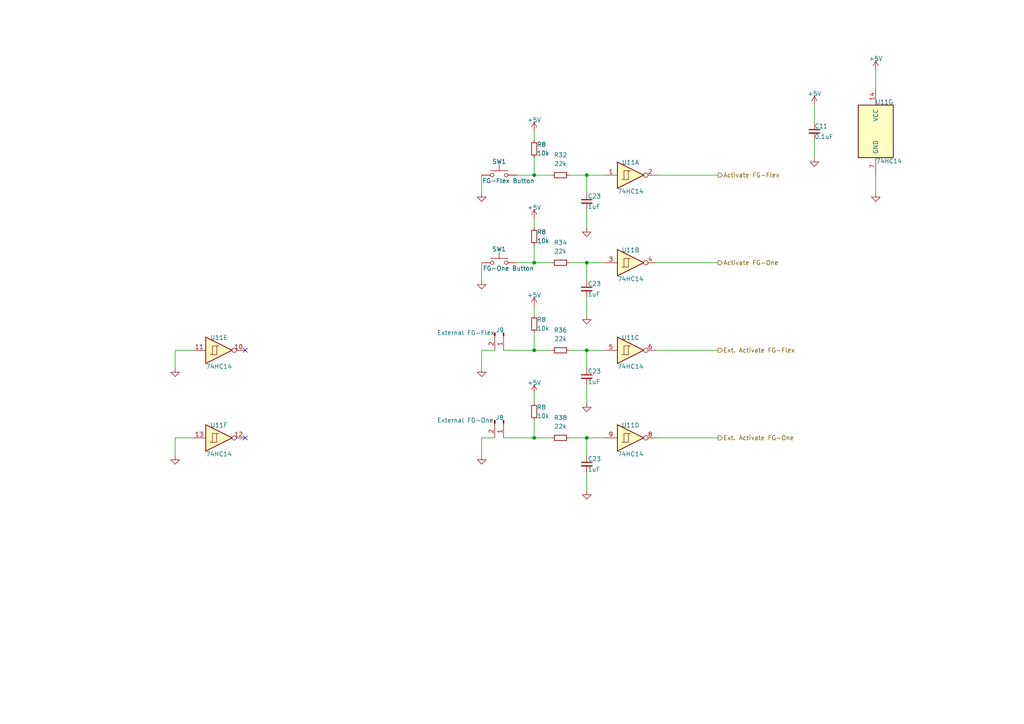
<source format=kicad_sch>
(kicad_sch (version 20230121) (generator eeschema)
  (paper "A4")
  (title_block (title "Button") (date "2023-11-22") (rev "0.2"))
  (lib_symbols
    (symbol "74xx:74HC14" (pin_names (offset 1.016))
      (property "Reference" "U" (at 0 1.27 0))
      (property "Value" "74HC14" (at 0 -1.27 0))
      (symbol "74HC14_1_0"
        (polyline (pts (xy -3.81 3.81) (xy -3.81 -3.81) (xy 3.81 0) (xy -3.81 3.81)) (stroke (width 0.254)) (fill (type background)))
        (pin input line (at -7.62 0 0) (length 3.81) (name "~") (number "1"))
        (pin output inverted (at 7.62 0 180) (length 3.81) (name "~") (number "2"))
      )
      (symbol "74HC14_1_1"
        (polyline (pts (xy -1.905 -1.27) (xy -1.905 1.27) (xy -0.635 1.27)))
        (polyline (pts (xy -2.54 -1.27) (xy -0.635 -1.27) (xy -0.635 1.27) (xy 0 1.27)))
      )
      (symbol "74HC14_2_0"
        (polyline (pts (xy -3.81 3.81) (xy -3.81 -3.81) (xy 3.81 0) (xy -3.81 3.81)) (stroke (width 0.254)) (fill (type background)))
        (pin input line (at -7.62 0 0) (length 3.81) (name "~") (number "3"))
        (pin output inverted (at 7.62 0 180) (length 3.81) (name "~") (number "4"))
      )
      (symbol "74HC14_2_1"
        (polyline (pts (xy -1.905 -1.27) (xy -1.905 1.27) (xy -0.635 1.27)))
        (polyline (pts (xy -2.54 -1.27) (xy -0.635 -1.27) (xy -0.635 1.27) (xy 0 1.27)))
      )
      (symbol "74HC14_3_0"
        (polyline (pts (xy -3.81 3.81) (xy -3.81 -3.81) (xy 3.81 0) (xy -3.81 3.81)) (stroke (width 0.254)) (fill (type background)))
        (pin input line (at -7.62 0 0) (length 3.81) (name "~") (number "5"))
        (pin output inverted (at 7.62 0 180) (length 3.81) (name "~") (number "6"))
      )
      (symbol "74HC14_3_1"
        (polyline (pts (xy -1.905 -1.27) (xy -1.905 1.27) (xy -0.635 1.27)))
        (polyline (pts (xy -2.54 -1.27) (xy -0.635 -1.27) (xy -0.635 1.27) (xy 0 1.27)))
      )
      (symbol "74HC14_4_0"
        (polyline (pts (xy -3.81 3.81) (xy -3.81 -3.81) (xy 3.81 0) (xy -3.81 3.81)) (stroke (width 0.254)) (fill (type background)))
        (pin output inverted (at 7.62 0 180) (length 3.81) (name "~") (number "8"))
        (pin input line (at -7.62 0 0) (length 3.81) (name "~") (number "9"))
      )
      (symbol "74HC14_4_1"
        (polyline (pts (xy -1.905 -1.27) (xy -1.905 1.27) (xy -0.635 1.27)))
        (polyline (pts (xy -2.54 -1.27) (xy -0.635 -1.27) (xy -0.635 1.27) (xy 0 1.27)))
      )
      (symbol "74HC14_5_0"
        (polyline (pts (xy -3.81 3.81) (xy -3.81 -3.81) (xy 3.81 0) (xy -3.81 3.81)) (stroke (width 0.254)) (fill (type background)))
        (pin output inverted (at 7.62 0 180) (length 3.81) (name "~") (number "10"))
        (pin input line (at -7.62 0 0) (length 3.81) (name "~") (number "11"))
      )
      (symbol "74HC14_5_1"
        (polyline (pts (xy -1.905 -1.27) (xy -1.905 1.27) (xy -0.635 1.27)))
        (polyline (pts (xy -2.54 -1.27) (xy -0.635 -1.27) (xy -0.635 1.27) (xy 0 1.27)))
      )
      (symbol "74HC14_6_0"
        (polyline (pts (xy -3.81 3.81) (xy -3.81 -3.81) (xy 3.81 0) (xy -3.81 3.81)) (stroke (width 0.254)) (fill (type background)))
        (pin output inverted (at 7.62 0 180) (length 3.81) (name "~") (number "12"))
        (pin input line (at -7.62 0 0) (length 3.81) (name "~") (number "13"))
      )
      (symbol "74HC14_6_1"
        (polyline (pts (xy -1.905 -1.27) (xy -1.905 1.27) (xy -0.635 1.27)))
        (polyline (pts (xy -2.54 -1.27) (xy -0.635 -1.27) (xy -0.635 1.27) (xy 0 1.27)))
      )
      (symbol "74HC14_7_0"
        (pin power_in line (at 0 12.7 270) (length 5.08) (name "VCC") (number "14"))
        (pin power_in line (at 0 -12.7 90) (length 5.08) (name "GND") (number "7"))
      )
      (symbol "74HC14_7_1"
        (rectangle (start -5.08 7.62) (end 5.08 -7.62) (stroke (width 0.254)) (fill (type background)))
      )
    )
    (symbol "Connector:Conn_01x02_Pin" (pin_names (offset 1.016) hide)
      (property "Reference" "J" (at 0 2.54 0))
      (property "Value" "Conn_01x02_Pin" (at 0 -5.08 0))
      (symbol "Conn_01x02_Pin_1_1"
        (polyline (pts (xy 1.27 -2.54) (xy 0.8636 -2.54)) (stroke (width 0.1524)))
        (polyline (pts (xy 1.27 0) (xy 0.8636 0)) (stroke (width 0.1524)))
        (rectangle (start 0.8636 -2.413) (end 0 -2.667) (stroke (width 0.1524)) (fill (type outline)))
        (rectangle (start 0.8636 0.127) (end 0 -0.127) (stroke (width 0.1524)) (fill (type outline)))
        (pin passive line (at 5.08 0 180) (length 3.81) (name "Pin_1") (number "1"))
        (pin passive line (at 5.08 -2.54 180) (length 3.81) (name "Pin_2") (number "2"))
      )
    )
    (symbol "Device:C_Small" (pin_numbers hide) (pin_names (offset 0.254) hide)
      (property "Reference" "C" (at 0.254 1.778 0))
      (property "Value" "C_Small" (at 0.254 -2.032 0))
      (symbol "C_Small_0_1"
        (polyline (pts (xy -1.524 -0.508) (xy 1.524 -0.508)) (stroke (width 0.3302)))
        (polyline (pts (xy -1.524 0.508) (xy 1.524 0.508)) (stroke (width 0.3048)))
      )
      (symbol "C_Small_1_1"
        (pin passive line (at 0 2.54 270) (length 2.032) (name "~") (number "1"))
        (pin passive line (at 0 -2.54 90) (length 2.032) (name "~") (number "2"))
      )
    )
    (symbol "Device:R_Small" (pin_numbers hide) (pin_names (offset 0.254) hide)
      (property "Reference" "R" (at 0.762 0.508 0))
      (property "Value" "R_Small" (at 0.762 -1.016 0))
      (symbol "R_Small_0_1"
        (rectangle (start -0.762 1.778) (end 0.762 -1.778) (stroke (width 0.2032)))
      )
      (symbol "R_Small_1_1"
        (pin passive line (at 0 2.54 270) (length 0.762) (name "~") (number "1"))
        (pin passive line (at 0 -2.54 90) (length 0.762) (name "~") (number "2"))
      )
    )
    (symbol "Switch:SW_Push" (pin_numbers hide) (pin_names (offset 1.016) hide)
      (property "Reference" "SW" (at 1.27 2.54 0))
      (property "Value" "SW_Push" (at 0 -1.524 0))
      (symbol "SW_Push_0_1"
        (circle (center -2.032 0) (radius 0.508))
        (polyline (pts (xy 0 1.27) (xy 0 3.048)))
        (polyline (pts (xy 2.54 1.27) (xy -2.54 1.27)))
        (circle (center 2.032 0) (radius 0.508))
        (pin passive line (at -5.08 0 0) (length 2.54) (name "1") (number "1"))
        (pin passive line (at 5.08 0 180) (length 2.54) (name "2") (number "2"))
      )
    )
    (symbol "power:+5V" (power) (pin_names (offset 0))
      (property "Value" "+5V" (at 0 3.556 0))
      (symbol "+5V_0_1"
        (polyline (pts (xy -0.762 1.27) (xy 0 2.54)))
        (polyline (pts (xy 0 0) (xy 0 2.54)))
        (polyline (pts (xy 0 2.54) (xy 0.762 1.27)))
      )
      (symbol "+5V_1_1"
        (pin power_in line (at 0 0 90) (length 0) hide (name "+5V") (number "1"))
      )
    )
    (symbol "power:GND" (power) (pin_names (offset 0))
      (property "Value" "GND" (at 0 -3.81 0))
      (symbol "GND_0_1"
        (polyline (pts (xy 0 0) (xy 0 -1.27) (xy 1.27 -1.27) (xy 0 -2.54) (xy -1.27 -1.27) (xy 0 -1.27)))
      )
      (symbol "GND_1_1"
        (pin power_in line (at 0 0 270) (length 0) hide (name "GND") (number "1"))
      )
    )
  )
  (junction (at 170.18 50.8))
  (junction (at 154.94 101.6))
  (junction (at 154.94 50.8))
  (junction (at 154.94 76.2))
  (junction (at 154.94 127))
  (junction (at 170.18 101.6))
  (junction (at 170.18 127))
  (junction (at 170.18 76.2))
  (no_connect (at 71.12 101.6))
  (no_connect (at 71.12 127))
  (wire (pts (xy 254 50.8) (xy 254 55.88)))
  (wire (pts (xy 55.88 101.6) (xy 50.8 101.6)))
  (wire (pts (xy 149.86 76.2) (xy 154.94 76.2)))
  (wire (pts (xy 139.7 76.2) (xy 139.7 81.28)))
  (wire (pts (xy 154.94 114.3) (xy 154.94 116.84)))
  (wire (pts (xy 170.18 50.8) (xy 170.18 55.88)))
  (wire (pts (xy 236.22 30.48) (xy 236.22 35.56)))
  (wire (pts (xy 139.7 127) (xy 139.7 132.08)))
  (wire (pts (xy 50.8 127) (xy 50.8 132.08)))
  (wire (pts (xy 139.7 50.8) (xy 139.7 55.88)))
  (wire (pts (xy 170.18 111.76) (xy 170.18 116.84)))
  (wire (pts (xy 165.1 127) (xy 170.18 127)))
  (wire (pts (xy 139.7 101.6) (xy 139.7 106.68)))
  (wire (pts (xy 154.94 76.2) (xy 154.94 71.12)))
  (wire (pts (xy 154.94 101.6) (xy 160.02 101.6)))
  (wire (pts (xy 154.94 63.5) (xy 154.94 66.04)))
  (wire (pts (xy 154.94 76.2) (xy 160.02 76.2)))
  (wire (pts (xy 170.18 50.8) (xy 175.26 50.8)))
  (wire (pts (xy 139.7 127) (xy 143.51 127)))
  (wire (pts (xy 55.88 127) (xy 50.8 127)))
  (wire (pts (xy 170.18 127) (xy 170.18 132.08)))
  (wire (pts (xy 154.94 50.8) (xy 160.02 50.8)))
  (wire (pts (xy 170.18 127) (xy 175.26 127)))
  (wire (pts (xy 154.94 127) (xy 154.94 121.92)))
  (wire (pts (xy 190.5 101.6) (xy 208.28 101.6)))
  (wire (pts (xy 146.05 127) (xy 154.94 127)))
  (wire (pts (xy 149.86 50.8) (xy 154.94 50.8)))
  (wire (pts (xy 190.5 50.8) (xy 208.28 50.8)))
  (wire (pts (xy 154.94 50.8) (xy 154.94 45.72)))
  (wire (pts (xy 170.18 60.96) (xy 170.18 66.04)))
  (wire (pts (xy 170.18 137.16) (xy 170.18 142.24)))
  (wire (pts (xy 50.8 101.6) (xy 50.8 106.68)))
  (wire (pts (xy 165.1 50.8) (xy 170.18 50.8)))
  (wire (pts (xy 154.94 88.9) (xy 154.94 91.44)))
  (wire (pts (xy 154.94 38.1) (xy 154.94 40.64)))
  (wire (pts (xy 190.5 127) (xy 208.28 127)))
  (wire (pts (xy 165.1 101.6) (xy 170.18 101.6)))
  (wire (pts (xy 139.7 101.6) (xy 143.51 101.6)))
  (wire (pts (xy 170.18 76.2) (xy 170.18 81.28)))
  (wire (pts (xy 165.1 76.2) (xy 170.18 76.2)))
  (wire (pts (xy 154.94 101.6) (xy 154.94 96.52)))
  (wire (pts (xy 236.22 40.64) (xy 236.22 45.72)))
  (wire (pts (xy 170.18 101.6) (xy 175.26 101.6)))
  (wire (pts (xy 254 20.32) (xy 254 25.4)))
  (wire (pts (xy 170.18 101.6) (xy 170.18 106.68)))
  (wire (pts (xy 170.18 86.36) (xy 170.18 91.44)))
  (wire (pts (xy 170.18 76.2) (xy 175.26 76.2)))
  (wire (pts (xy 190.5 76.2) (xy 208.28 76.2)))
  (wire (pts (xy 154.94 127) (xy 160.02 127)))
  (wire (pts (xy 146.05 101.6) (xy 154.94 101.6)))
  (hierarchical_label "Ext. Activate FG-One" (shape output) (at 208.28 127 0))
  (hierarchical_label "Activate FG-One" (shape output) (at 208.28 76.2 0))
  (hierarchical_label "Ext. Activate FG-Flex" (shape output) (at 208.28 101.6 0))
  (hierarchical_label "Activate FG-Flex" (shape output) (at 208.28 50.8 0))
  (symbol (lib_id "Switch:SW_Push") (at 144.78 76.2 0) (unit 1)
    (property "Reference" "SW1" (at 144.78 72.263 0))
    (property "Value" "FG-One Button" (at 147.447 77.851 0))
    (property "Footprint" "Button_Switch_THT:SW_PUSH_6mm_H5mm" (effects hide))
    (property "Datasheet" "https://www.cuidevices.com/product/resource/ts02.pdf" (effects hide))
    (property "Part Nr." "TS02-66-60-BK-160-SCR-D" (effects hide))
    (instances (project "fg_lampe" (path "" (reference "SW1") (unit 1)) (path "" (reference "SW3") (unit 1))))
  )
  (symbol (lib_id "Device:C_Small") (at 236.22 38.1 0) (unit 1)
    (property "Reference" "C11" (at 236.22 36.576 0) (effects (justify left)))
    (property "Value" "0.1uF" (at 236.22 39.624 0) (effects (justify left)))
    (property "Footprint" "Capacitor_THT:C_Disc_D5.1mm_W3.2mm_P5.00mm" (effects hide))
    (property "Datasheet" "https://datasheets.kyocera-avx.com/SR-Series.pdf" (effects hide))
    (property "Part Nr. " "SR211C104KARTR1" (effects hide))
    (property "Manufacturer" "KYOCERA AVX" (effects hide))
    (instances (project "fg_lampe" (path "" (reference "C11") (unit 1)) (path "" (reference "C27") (unit 1))))
  )
  (symbol (lib_id "Device:R_Small") (at 154.94 68.58 0) (unit 1)
    (property "Reference" "R8" (at 155.702 67.31 0) (effects (justify left)))
    (property "Value" "10k" (at 155.702 69.85 0) (effects (justify left)))
    (property "Footprint" "Resistor_THT:R_Axial_DIN0207_L6.3mm_D2.5mm_P10.16mm_Horizontal" (effects hide))
    (property "Datasheet" "https://www.digikey.de/de/models/1741265" (effects hide))
    (property "Part Nr." "CF14JT10K0" (effects hide))
    (instances (project "fg_lampe" (path "" (reference "R8") (unit 1)) (path "" (reference "R31") (unit 1)) (path "" (reference "R33") (unit 1))))
  )
  (symbol (lib_id "Device:R_Small") (at 162.56 127 90) (unit 1)
    (property "Reference" "R38" (at 162.56 121.158 90))
    (property "Value" "22k" (at 162.56 123.698 90))
    (property "Footprint" "Resistor_THT:R_Axial_DIN0207_L6.3mm_D2.5mm_P10.16mm_Horizontal" (effects hide))
  )
  (symbol (lib_id "74xx:74HC14") (at 63.5 127 0) (unit 6)
    (property "Reference" "U11" (at 63.5 123.317 0))
    (property "Value" "74HC14" (at 63.5 131.699 0))
    (property "Footprint" "Package_DIP:DIP-14_W7.62mm_Socket_LongPads" (effects hide))
    (property "Datasheet" "http://www.ti.com/lit/gpn/sn74HC14" (effects hide))
  )
  (symbol (lib_id "Device:C_Small") (at 170.18 58.42 0) (unit 1)
    (property "Reference" "C23" (at 170.434 56.896 0) (effects (justify left)))
    (property "Value" "1uF" (at 170.434 59.944 0) (effects (justify left)))
    (property "Footprint" "Capacitor_THT:C_Disc_D4.7mm_W2.5mm_P5.00mm" (effects hide))
    (property "Datasheet" "https://product.tdk.com/en/system/files?file=dam/doc/product/capacitor/ceramic/lead-mlcc/catalog/leadmlcc_halogenfree_fg_en.pdf" (effects hide))
    (property "Manufacturer" "TDK Corporation" (effects hide))
    (property "Part Nr." "FG28X5R1H105KRT06" (effects hide))
  )
  (symbol (lib_id "Device:R_Small") (at 162.56 76.2 90) (unit 1)
    (property "Reference" "R34" (at 162.56 70.358 90))
    (property "Value" "22k" (at 162.56 72.898 90))
    (property "Footprint" "Resistor_THT:R_Axial_DIN0207_L6.3mm_D2.5mm_P10.16mm_Horizontal" (effects hide))
  )
  (symbol (lib_id "74xx:74HC14") (at 182.88 101.6 0) (unit 3)
    (property "Reference" "U11" (at 182.88 97.917 0))
    (property "Value" "74HC14" (at 182.88 106.299 0))
    (property "Footprint" "Package_DIP:DIP-14_W7.62mm_Socket_LongPads" (effects hide))
    (property "Datasheet" "http://www.ti.com/lit/gpn/sn74HC14" (effects hide))
  )
  (symbol (lib_id "power:GND") (at 170.18 142.24 0) (unit 1)
    (property "Reference" "#PWR01" (effects hide))
    (property "Value" "GND" (effects hide))
    (instances (project "fg_lampe" (path "" (reference "#PWR01") (unit 1)) (path "" (reference "#PWR095") (unit 1))))
  )
  (symbol (lib_id "power:GND") (at 50.8 106.68 0) (unit 1)
    (property "Reference" "#PWR01" (effects hide))
    (property "Value" "GND" (effects hide))
    (instances (project "fg_lampe" (path "" (reference "#PWR01") (unit 1)) (path "" (reference "#PWR0100") (unit 1))))
  )
  (symbol (lib_id "power:+5V") (at 154.94 88.9 0) (unit 1)
    (property "Reference" "#PWR031" (effects hide))
    (property "Value" "+5V" (at 154.94 85.598 0))
    (instances (project "fg_lampe" (path "" (reference "#PWR031") (unit 1)) (path "" (reference "#PWR088") (unit 1))))
  )
  (symbol (lib_id "74xx:74HC14") (at 182.88 50.8 0) (unit 1)
    (property "Reference" "U11" (at 182.88 47.117 0))
    (property "Value" "74HC14" (at 182.88 55.499 0))
    (property "Footprint" "Package_DIP:DIP-14_W7.62mm_Socket_LongPads" (effects hide))
    (property "Datasheet" "http://www.ti.com/lit/gpn/sn74HC14" (effects hide))
  )
  (symbol (lib_id "Device:R_Small") (at 154.94 119.38 0) (unit 1)
    (property "Reference" "R8" (at 155.702 118.11 0) (effects (justify left)))
    (property "Value" "10k" (at 155.702 120.65 0) (effects (justify left)))
    (property "Footprint" "Resistor_THT:R_Axial_DIN0207_L6.3mm_D2.5mm_P10.16mm_Horizontal" (effects hide))
    (property "Datasheet" "https://www.digikey.de/de/models/1741265" (effects hide))
    (property "Part Nr." "CF14JT10K0" (effects hide))
    (instances (project "fg_lampe" (path "" (reference "R8") (unit 1)) (path "" (reference "R31") (unit 1)) (path "" (reference "R37") (unit 1))))
  )
  (symbol (lib_id "74xx:74HC14") (at 63.5 101.6 0) (unit 5)
    (property "Reference" "U11" (at 63.5 97.917 0))
    (property "Value" "74HC14" (at 63.5 106.299 0))
    (property "Footprint" "Package_DIP:DIP-14_W7.62mm_Socket_LongPads" (effects hide))
    (property "Datasheet" "http://www.ti.com/lit/gpn/sn74HC14" (effects hide))
  )
  (symbol (lib_id "Switch:SW_Push") (at 144.78 50.8 0) (unit 1)
    (property "Reference" "SW1" (at 144.78 46.863 0))
    (property "Value" "FG-Flex Button" (at 147.447 52.451 0))
    (property "Footprint" "Button_Switch_THT:SW_PUSH_6mm_H5mm" (effects hide))
    (property "Datasheet" "https://www.cuidevices.com/product/resource/ts02.pdf" (effects hide))
    (property "Part Nr." "TS02-66-60-BK-160-SCR-D" (effects hide))
    (instances (project "fg_lampe" (path "" (reference "SW1") (unit 1)) (path "" (reference "SW2") (unit 1))))
  )
  (symbol (lib_id "power:GND") (at 170.18 66.04 0) (unit 1)
    (property "Reference" "#PWR01" (effects hide))
    (property "Value" "GND" (effects hide))
    (instances (project "fg_lampe" (path "" (reference "#PWR01") (unit 1)) (path "" (reference "#PWR086") (unit 1))))
  )
  (symbol (lib_id "Device:C_Small") (at 170.18 83.82 0) (unit 1)
    (property "Reference" "C23" (at 170.434 82.296 0) (effects (justify left)))
    (property "Value" "1uF" (at 170.434 85.344 0) (effects (justify left)))
    (property "Footprint" "Capacitor_THT:C_Disc_D4.7mm_W2.5mm_P5.00mm" (effects hide))
    (property "Datasheet" "https://product.tdk.com/en/system/files?file=dam/doc/product/capacitor/ceramic/lead-mlcc/catalog/leadmlcc_halogenfree_fg_en.pdf" (effects hide))
    (property "Manufacturer" "TDK Corporation" (effects hide))
    (property "Part Nr." "FG28X5R1H105KRT06" (effects hide))
    (instances (project "fg_lampe" (path "" (reference "C23") (unit 1)) (path "" (reference "C24") (unit 1))))
  )
  (symbol (lib_id "Device:C_Small") (at 170.18 109.22 0) (unit 1)
    (property "Reference" "C23" (at 170.434 107.696 0) (effects (justify left)))
    (property "Value" "1uF" (at 170.434 110.744 0) (effects (justify left)))
    (property "Footprint" "Capacitor_THT:C_Disc_D4.7mm_W2.5mm_P5.00mm" (effects hide))
    (property "Datasheet" "https://product.tdk.com/en/system/files?file=dam/doc/product/capacitor/ceramic/lead-mlcc/catalog/leadmlcc_halogenfree_fg_en.pdf" (effects hide))
    (property "Manufacturer" "TDK Corporation" (effects hide))
    (property "Part Nr." "FG28X5R1H105KRT06" (effects hide))
    (instances (project "fg_lampe" (path "" (reference "C23") (unit 1)) (path "" (reference "C25") (unit 1))))
  )
  (symbol (lib_id "Device:R_Small") (at 154.94 93.98 0) (unit 1)
    (property "Reference" "R8" (at 155.702 92.71 0) (effects (justify left)))
    (property "Value" "10k" (at 155.702 95.25 0) (effects (justify left)))
    (property "Footprint" "Resistor_THT:R_Axial_DIN0207_L6.3mm_D2.5mm_P10.16mm_Horizontal" (effects hide))
    (property "Datasheet" "https://www.digikey.de/de/models/1741265" (effects hide))
    (property "Part Nr." "CF14JT10K0" (effects hide))
    (instances (project "fg_lampe" (path "" (reference "R8") (unit 1)) (path "" (reference "R31") (unit 1)) (path "" (reference "R35") (unit 1))))
  )
  (symbol (lib_id "Connector:Conn_01x02_Pin") (at 146.05 96.52 270) (unit 1)
    (property "Reference" "J9" (at 143.764 95.758 90) (effects (justify left)))
    (property "Value" "External FG-Flex" (at 126.746 96.52 90) (effects (justify left)))
    (property "Footprint" "Connector_JST:JST_EH_B2B-EH-A_1x02_P2.50mm_Vertical" (effects hide))
  )
  (symbol (lib_id "74xx:74HC14") (at 182.88 76.2 0) (unit 2)
    (property "Reference" "U11" (at 182.88 72.517 0))
    (property "Value" "74HC14" (at 182.88 80.899 0))
    (property "Footprint" "Package_DIP:DIP-14_W7.62mm_Socket_LongPads" (effects hide))
    (property "Datasheet" "http://www.ti.com/lit/gpn/sn74HC14" (effects hide))
  )
  (symbol (lib_id "power:GND") (at 139.7 106.68 0) (unit 1)
    (property "Reference" "#PWR01" (effects hide))
    (property "Value" "GND" (effects hide))
    (instances (project "fg_lampe" (path "" (reference "#PWR01") (unit 1)) (path "" (reference "#PWR090") (unit 1))))
  )
  (symbol (lib_id "power:+5V") (at 236.22 30.48 0) (unit 1)
    (property "Reference" "#PWR031" (effects hide))
    (property "Value" "+5V" (at 236.22 27.178 0))
    (instances (project "fg_lampe" (path "" (reference "#PWR031") (unit 1)) (path "" (reference "#PWR096") (unit 1))))
  )
  (symbol (lib_id "power:GND") (at 236.22 45.72 0) (unit 1)
    (property "Reference" "#PWR032" (effects hide))
    (property "Value" "GND" (effects hide))
    (instances (project "fg_lampe" (path "" (reference "#PWR032") (unit 1)) (path "" (reference "#PWR097") (unit 1))))
  )
  (symbol (lib_id "power:+5V") (at 254 20.32 0) (unit 1)
    (property "Reference" "#PWR031" (effects hide))
    (property "Value" "+5V" (at 254 17.018 0))
    (instances (project "fg_lampe" (path "" (reference "#PWR031") (unit 1)) (path "" (reference "#PWR099") (unit 1))))
  )
  (symbol (lib_id "power:GND") (at 170.18 91.44 0) (unit 1)
    (property "Reference" "#PWR01" (effects hide))
    (property "Value" "GND" (effects hide))
    (instances (project "fg_lampe" (path "" (reference "#PWR01") (unit 1)) (path "" (reference "#PWR089") (unit 1))))
  )
  (symbol (lib_id "power:GND") (at 50.8 132.08 0) (unit 1)
    (property "Reference" "#PWR01" (effects hide))
    (property "Value" "GND" (effects hide))
    (instances (project "fg_lampe" (path "" (reference "#PWR01") (unit 1)) (path "" (reference "#PWR0101") (unit 1))))
  )
  (symbol (lib_id "Device:C_Small") (at 170.18 134.62 0) (unit 1)
    (property "Reference" "C23" (at 170.434 133.096 0) (effects (justify left)))
    (property "Value" "1uF" (at 170.434 136.144 0) (effects (justify left)))
    (property "Footprint" "Capacitor_THT:C_Disc_D4.7mm_W2.5mm_P5.00mm" (effects hide))
    (property "Datasheet" "https://product.tdk.com/en/system/files?file=dam/doc/product/capacitor/ceramic/lead-mlcc/catalog/leadmlcc_halogenfree_fg_en.pdf" (effects hide))
    (property "Manufacturer" "TDK Corporation" (effects hide))
    (property "Part Nr." "FG28X5R1H105KRT06" (effects hide))
    (instances (project "fg_lampe" (path "" (reference "C23") (unit 1)) (path "" (reference "C26") (unit 1))))
  )
  (symbol (lib_id "power:+5V") (at 154.94 38.1 0) (unit 1)
    (property "Reference" "#PWR031" (effects hide))
    (property "Value" "+5V" (at 154.94 34.798 0))
    (instances (project "fg_lampe" (path "" (reference "#PWR031") (unit 1)) (path "" (reference "#PWR048") (unit 1))))
  )
  (symbol (lib_id "power:GND") (at 139.7 55.88 0) (unit 1)
    (property "Reference" "#PWR01" (effects hide))
    (property "Value" "GND" (effects hide))
    (instances (project "fg_lampe" (path "" (reference "#PWR01") (unit 1)) (path "" (reference "#PWR085") (unit 1))))
  )
  (symbol (lib_id "Device:R_Small") (at 154.94 43.18 0) (unit 1)
    (property "Reference" "R8" (at 155.702 41.91 0) (effects (justify left)))
    (property "Value" "10k" (at 155.702 44.45 0) (effects (justify left)))
    (property "Footprint" "Resistor_THT:R_Axial_DIN0207_L6.3mm_D2.5mm_P10.16mm_Horizontal" (effects hide))
    (property "Datasheet" "https://www.digikey.de/de/models/1741265" (effects hide))
    (property "Part Nr." "CF14JT10K0" (effects hide))
    (instances (project "fg_lampe" (path "" (reference "R8") (unit 1)) (path "" (reference "R31") (unit 1)) (path "" (reference "R31") (unit 1))))
  )
  (symbol (lib_id "74xx:74HC14") (at 254 38.1 0) (unit 7)
    (property "Reference" "U11" (at 253.873 29.591 0) (effects (justify left)))
    (property "Value" "74HC14" (at 254 46.736 0) (effects (justify left)))
    (property "Footprint" "Package_DIP:DIP-14_W7.62mm_Socket_LongPads" (effects hide))
    (property "Datasheet" "http://www.ti.com/lit/gpn/sn74HC14" (effects hide))
  )
  (symbol (lib_id "74xx:74HC14") (at 182.88 127 0) (unit 4)
    (property "Reference" "U11" (at 182.88 123.317 0))
    (property "Value" "74HC14" (at 182.88 131.699 0))
    (property "Footprint" "Package_DIP:DIP-14_W7.62mm_Socket_LongPads" (effects hide))
    (property "Datasheet" "http://www.ti.com/lit/gpn/sn74HC14" (effects hide))
  )
  (symbol (lib_id "power:GND") (at 139.7 81.28 0) (unit 1)
    (property "Reference" "#PWR01" (effects hide))
    (property "Value" "GND" (effects hide))
    (instances (project "fg_lampe" (path "" (reference "#PWR01") (unit 1)) (path "" (reference "#PWR087") (unit 1))))
  )
  (symbol (lib_id "Connector:Conn_01x02_Pin") (at 146.05 121.92 270) (unit 1)
    (property "Reference" "J8" (at 143.764 121.158 90) (effects (justify left)))
    (property "Value" "External FG-One" (at 126.746 121.92 90) (effects (justify left)))
    (property "Footprint" "Connector_JST:JST_EH_B2B-EH-A_1x02_P2.50mm_Vertical" (effects hide))
  )
  (symbol (lib_id "power:GND") (at 170.18 116.84 0) (unit 1)
    (property "Reference" "#PWR01" (effects hide))
    (property "Value" "GND" (effects hide))
    (instances (project "fg_lampe" (path "" (reference "#PWR01") (unit 1)) (path "" (reference "#PWR092") (unit 1))))
  )
  (symbol (lib_id "Device:R_Small") (at 162.56 50.8 90) (unit 1)
    (property "Reference" "R32" (at 162.56 44.958 90))
    (property "Value" "22k" (at 162.56 47.498 90))
    (property "Footprint" "Resistor_THT:R_Axial_DIN0207_L6.3mm_D2.5mm_P10.16mm_Horizontal" (effects hide))
  )
  (symbol (lib_id "power:GND") (at 139.7 132.08 0) (unit 1)
    (property "Reference" "#PWR01" (effects hide))
    (property "Value" "GND" (effects hide))
    (instances (project "fg_lampe" (path "" (reference "#PWR01") (unit 1)) (path "" (reference "#PWR093") (unit 1))))
  )
  (symbol (lib_id "power:+5V") (at 154.94 63.5 0) (unit 1)
    (property "Reference" "#PWR031" (effects hide))
    (property "Value" "+5V" (at 154.94 60.198 0))
    (instances (project "fg_lampe" (path "" (reference "#PWR031") (unit 1)) (path "" (reference "#PWR084") (unit 1))))
  )
  (symbol (lib_id "Device:R_Small") (at 162.56 101.6 90) (unit 1)
    (property "Reference" "R36" (at 162.56 95.758 90))
    (property "Value" "22k" (at 162.56 98.298 90))
    (property "Footprint" "Resistor_THT:R_Axial_DIN0207_L6.3mm_D2.5mm_P10.16mm_Horizontal" (effects hide))
  )
  (symbol (lib_id "power:+5V") (at 154.94 114.3 0) (unit 1)
    (property "Reference" "#PWR031" (effects hide))
    (property "Value" "+5V" (at 154.94 110.998 0))
    (instances (project "fg_lampe" (path "" (reference "#PWR031") (unit 1)) (path "" (reference "#PWR091") (unit 1))))
  )
  (symbol (lib_id "power:GND") (at 254 55.88 0) (unit 1)
    (property "Reference" "#PWR032" (effects hide))
    (property "Value" "GND" (effects hide))
    (instances (project "fg_lampe" (path "" (reference "#PWR032") (unit 1)) (path "" (reference "#PWR098") (unit 1))))
  )
)
</source>
